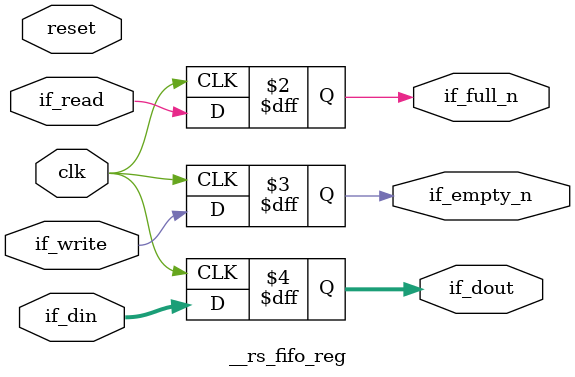
<source format=v>
`timescale 1 ns / 1 ps

module __rs_hs_pipeline_body #(
    parameter DATA_WIDTH = 32,
    parameter LEVEL      = 2
) (
    (* RS_CLK *)  input wire clk,
    (* RS_RST *)  input wire reset,

    // inbound
    (* RS_HS = "inbound.ready" *)  output wire                  if_full_n,
    (* RS_HS = "inbound.valid" *)  input  wire                  if_write,
    (* RS_HS = "inbound.data"  *)  input  wire [DATA_WIDTH-1:0] if_din,

    // outbound
    (* RS_HS = "outbound.valid" *)  output wire                  if_empty_n,
    (* RS_HS = "outbound.ready" *)  input  wire                  if_read,
    (* RS_HS = "outbound.data"  *)  output wire [DATA_WIDTH-1:0] if_dout
);

  wire                  full_n  [LEVEL:0];
  wire                  empty_n [LEVEL:0];
  wire [DATA_WIDTH-1:0] data    [LEVEL:0];

  genvar i;
  generate
    for (i = 0; i < LEVEL; i = i + 1) begin : inst
        __rs_fifo_reg #(
          .DATA_WIDTH(DATA_WIDTH)
        ) unit (
          .clk(clk),
          .reset(reset),

          // connect to fifo[i+1]
          .if_empty_n(empty_n[i+1]),
          .if_read   (full_n[i+1]),
          .if_dout   (data[i+1]),

          // connect to fifo[i-1]
          .if_full_n  (full_n[i]),
          .if_write   (empty_n[i]),
          .if_din     (data[i])
        );
    end

    // write
    // must not write if full_n is 0
    assign if_full_n  = full_n[0];  // output
    assign empty_n[0] = if_write;   // The guarding logic is put in the head module
    assign data[0]    = if_din;     // input

    // read
    assign if_empty_n    = empty_n[LEVEL];  // output
    assign full_n[LEVEL] = if_read;         // input
    assign if_dout       = data[LEVEL];     // output

  endgenerate

endmodule   // __rs_relay_station



module __rs_fifo_reg #(
  parameter DATA_WIDTH = 32
) (
  input wire clk,
  input wire reset,

  // write
  (* keep = "true" *)
  output reg                   if_full_n,
  input  wire                  if_write,
  input  wire [DATA_WIDTH-1:0] if_din,

  // read
  (* keep = "true" *)
  output reg                   if_empty_n,
  input  wire                  if_read,
  (* keep = "true" *)
  output reg  [DATA_WIDTH-1:0] if_dout
);

  always @ (posedge clk) begin
    if_dout <= if_din;
    if_empty_n <= if_write;
    if_full_n <= if_read;
  end

endmodule

</source>
